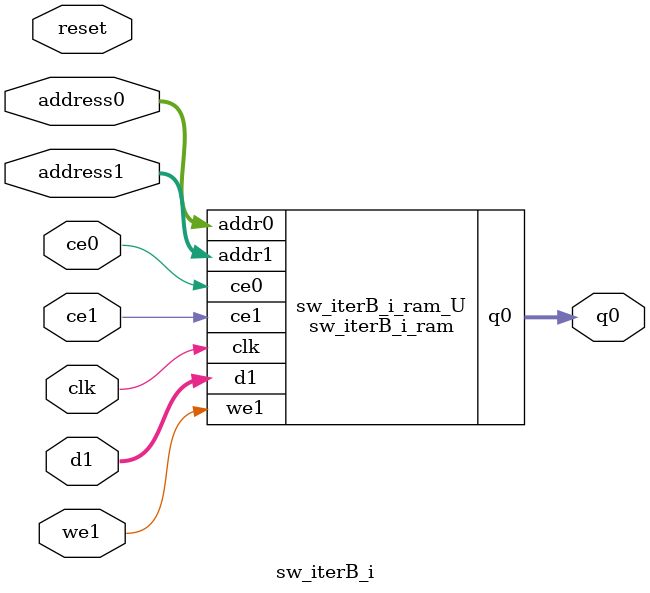
<source format=v>

`timescale 1 ns / 1 ps
module sw_iterB_i_ram (addr0, ce0, q0, addr1, ce1, d1, we1,  clk);

parameter DWIDTH = 16;
parameter AWIDTH = 7;
parameter MEM_SIZE = 128;

input[AWIDTH-1:0] addr0;
input ce0;
output reg[DWIDTH-1:0] q0;
input[AWIDTH-1:0] addr1;
input ce1;
input[DWIDTH-1:0] d1;
input we1;
input clk;

(* ram_style = "distributed" *)reg [DWIDTH-1:0] ram[0:MEM_SIZE-1];




always @(posedge clk)  
begin 
    if (ce0) 
    begin
            q0 <= ram[addr0];
    end
end


always @(posedge clk)  
begin 
    if (ce1) 
    begin
        if (we1) 
        begin 
            ram[addr1] <= d1; 
        end 
    end
end


endmodule


`timescale 1 ns / 1 ps
module sw_iterB_i(
    reset,
    clk,
    address0,
    ce0,
    q0,
    address1,
    ce1,
    we1,
    d1);

parameter DataWidth = 32'd16;
parameter AddressRange = 32'd128;
parameter AddressWidth = 32'd7;
input reset;
input clk;
input[AddressWidth - 1:0] address0;
input ce0;
output[DataWidth - 1:0] q0;
input[AddressWidth - 1:0] address1;
input ce1;
input we1;
input[DataWidth - 1:0] d1;



sw_iterB_i_ram sw_iterB_i_ram_U(
    .clk( clk ),
    .addr0( address0 ),
    .ce0( ce0 ),
    .q0( q0 ),
    .addr1( address1 ),
    .ce1( ce1 ),
    .d1( d1 ),
    .we1( we1 ));

endmodule


</source>
